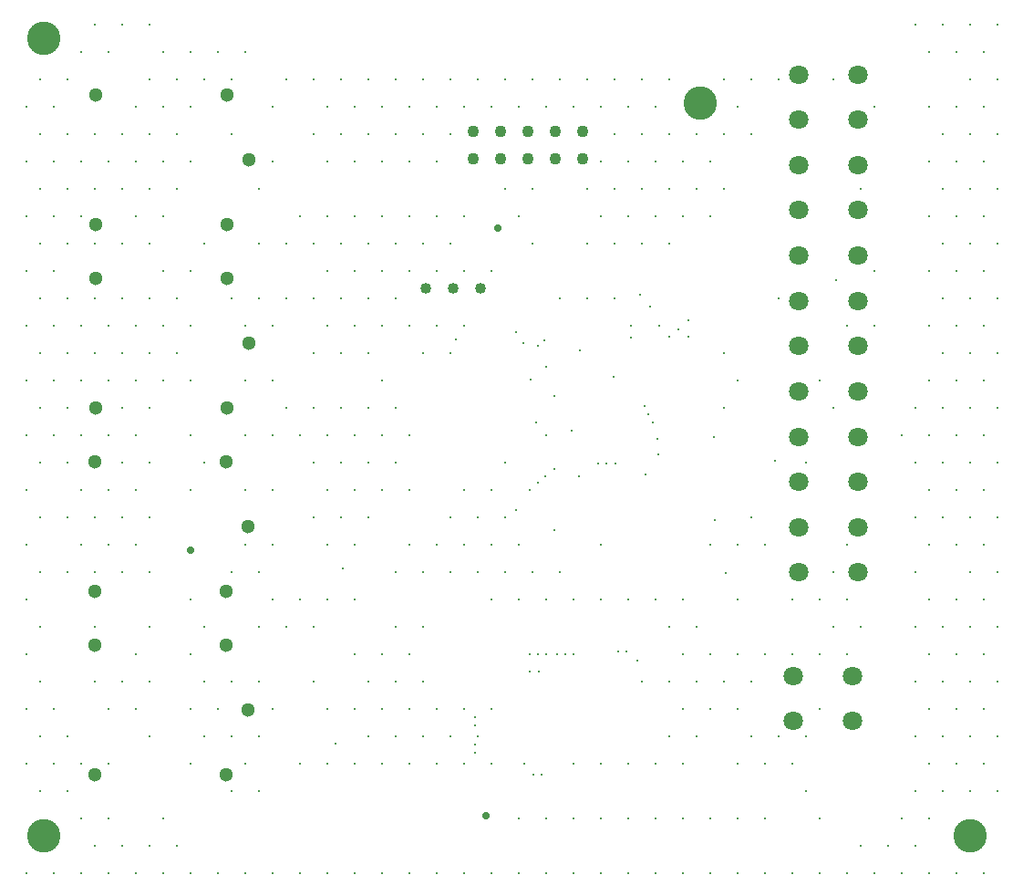
<source format=gbr>
%TF.GenerationSoftware,Altium Limited,Altium Designer,24.9.1 (31)*%
G04 Layer_Color=0*
%FSLAX45Y45*%
%MOMM*%
%TF.SameCoordinates,E37428AF-A4AF-452D-A059-51B4F3D01195*%
%TF.FilePolarity,Positive*%
%TF.FileFunction,Plated,1,2,PTH,Drill*%
%TF.Part,Single*%
G01*
G75*
%TA.AperFunction,ComponentDrill*%
%ADD59C,1.09000*%
%ADD60C,1.30000*%
%ADD61C,1.80000*%
%ADD62C,1.02000*%
%TA.AperFunction,ViaDrill,NotFilled*%
%ADD63C,0.30480*%
%ADD64C,0.71120*%
%ADD65C,3.10000*%
D59*
X12788900Y10185400D02*
D03*
X13042900D02*
D03*
X13296899D02*
D03*
X13550900D02*
D03*
X13804900D02*
D03*
X12788900Y9931400D02*
D03*
X13042900D02*
D03*
X13296899D02*
D03*
X13550900D02*
D03*
X13804900D02*
D03*
D60*
X10693298Y6515100D02*
D03*
X10493299Y7115099D02*
D03*
Y5915101D02*
D03*
X9273301D02*
D03*
Y7115099D02*
D03*
X10505999Y10518699D02*
D03*
Y9318701D02*
D03*
X9286001D02*
D03*
X10705998Y9918700D02*
D03*
X9286001Y10518699D02*
D03*
X9273301Y5413299D02*
D03*
Y4213301D02*
D03*
X10493299D02*
D03*
Y5413299D02*
D03*
X10693298Y4813300D02*
D03*
X9286001Y8816899D02*
D03*
Y7616901D02*
D03*
X10505999D02*
D03*
Y8816899D02*
D03*
X10705998Y8216900D02*
D03*
D61*
X16361501Y6091499D02*
D03*
X15811501D02*
D03*
Y6511498D02*
D03*
Y6931503D02*
D03*
Y7351502D02*
D03*
Y7771501D02*
D03*
Y8191500D02*
D03*
Y8611499D02*
D03*
Y9031498D02*
D03*
Y9451503D02*
D03*
Y9871502D02*
D03*
Y10291501D02*
D03*
Y10711500D02*
D03*
X16361501Y6511498D02*
D03*
Y7351502D02*
D03*
Y9031498D02*
D03*
Y10711500D02*
D03*
Y10291501D02*
D03*
Y9871502D02*
D03*
Y9451503D02*
D03*
Y8611499D02*
D03*
Y8191500D02*
D03*
Y7771501D02*
D03*
Y6931503D02*
D03*
X16306799Y5131699D02*
D03*
X15756799D02*
D03*
X16306799Y4711700D02*
D03*
X15756799D02*
D03*
D62*
X12344400Y8724900D02*
D03*
X12598400D02*
D03*
X12852400D02*
D03*
D63*
X14089999Y7910000D02*
D03*
X13470000Y8000000D02*
D03*
X17653000Y11176000D02*
D03*
X17525999Y10922000D02*
D03*
X17653000Y10668000D02*
D03*
X17525999Y10414000D02*
D03*
X17653000Y10160000D02*
D03*
X17525999Y9906000D02*
D03*
X17653000Y9652000D02*
D03*
X17525999Y9398000D02*
D03*
X17653000Y9144000D02*
D03*
X17525999Y8890000D02*
D03*
X17653000Y8636000D02*
D03*
X17525999Y8382000D02*
D03*
X17653000Y8128000D02*
D03*
X17525999Y7874000D02*
D03*
X17653000Y7620000D02*
D03*
X17525999Y7366000D02*
D03*
X17653000Y7112000D02*
D03*
X17525999Y6858000D02*
D03*
X17653000Y6604000D02*
D03*
X17525999Y6350000D02*
D03*
X17653000Y6096000D02*
D03*
X17525999Y5842000D02*
D03*
X17653000Y5588000D02*
D03*
X17525999Y5334000D02*
D03*
X17653000Y5080000D02*
D03*
X17525999Y4826000D02*
D03*
X17653000Y4572000D02*
D03*
X17525999Y4318000D02*
D03*
X17653000Y4064000D02*
D03*
X17525999Y3302000D02*
D03*
X17399001Y11176000D02*
D03*
X17272000Y10922000D02*
D03*
X17399001Y10668000D02*
D03*
X17272000Y10414000D02*
D03*
X17399001Y10160000D02*
D03*
X17272000Y9906000D02*
D03*
X17399001Y9652000D02*
D03*
X17272000Y9398000D02*
D03*
X17399001Y9144000D02*
D03*
X17272000Y8890000D02*
D03*
X17399001Y8636000D02*
D03*
X17272000Y8382000D02*
D03*
X17399001Y8128000D02*
D03*
X17272000Y7874000D02*
D03*
X17399001Y7620000D02*
D03*
X17272000Y7366000D02*
D03*
X17399001Y7112000D02*
D03*
X17272000Y6858000D02*
D03*
X17399001Y6604000D02*
D03*
X17272000Y6350000D02*
D03*
X17399001Y6096000D02*
D03*
X17272000Y5842000D02*
D03*
X17399001Y5588000D02*
D03*
X17272000Y5334000D02*
D03*
X17399001Y5080000D02*
D03*
X17272000Y4826000D02*
D03*
X17399001Y4572000D02*
D03*
X17272000Y4318000D02*
D03*
X17399001Y4064000D02*
D03*
X17272000Y3302000D02*
D03*
X17145000Y11176000D02*
D03*
X17017999Y10922000D02*
D03*
Y10414000D02*
D03*
X17145000Y10160000D02*
D03*
X17017999Y9906000D02*
D03*
X17145000Y9652000D02*
D03*
X17017999Y9398000D02*
D03*
X17145000Y9144000D02*
D03*
X17017999Y8890000D02*
D03*
X17145000Y8636000D02*
D03*
X17017999Y8382000D02*
D03*
X17145000Y8128000D02*
D03*
X17017999Y7874000D02*
D03*
X17145000Y7620000D02*
D03*
X17017999Y7366000D02*
D03*
X17145000Y7112000D02*
D03*
X17017999Y6858000D02*
D03*
X17145000Y6604000D02*
D03*
X17017999Y6350000D02*
D03*
Y5842000D02*
D03*
X17145000Y5588000D02*
D03*
X17017999Y5334000D02*
D03*
X17145000Y5080000D02*
D03*
X17017999Y4826000D02*
D03*
X17145000Y4572000D02*
D03*
X17017999Y4318000D02*
D03*
X17145000Y4064000D02*
D03*
X17017999Y3810000D02*
D03*
Y3302000D02*
D03*
X16891000Y11176000D02*
D03*
Y7620000D02*
D03*
X16764000Y7366000D02*
D03*
X16891000Y7112000D02*
D03*
Y6604000D02*
D03*
Y6096000D02*
D03*
Y5588000D02*
D03*
Y5080000D02*
D03*
Y4572000D02*
D03*
Y4064000D02*
D03*
X16764000Y3810000D02*
D03*
X16891000Y3556000D02*
D03*
X16764000Y3302000D02*
D03*
X16510001Y10414000D02*
D03*
Y8890000D02*
D03*
Y8382000D02*
D03*
X16637000Y3556000D02*
D03*
X16510001Y3302000D02*
D03*
X16383000Y9652000D02*
D03*
X16256000Y8382000D02*
D03*
Y6350000D02*
D03*
Y5842000D02*
D03*
X16383000Y5588000D02*
D03*
X16256000Y5334000D02*
D03*
X16383000Y3556000D02*
D03*
X16256000Y3302000D02*
D03*
X16128999Y10668000D02*
D03*
X16002000Y7874000D02*
D03*
X16128999Y7620000D02*
D03*
Y6096000D02*
D03*
X16002000Y5842000D02*
D03*
X16128999Y5588000D02*
D03*
X16002000Y5334000D02*
D03*
Y4826000D02*
D03*
Y3810000D02*
D03*
Y3302000D02*
D03*
X15875000Y7112000D02*
D03*
X15748000Y5842000D02*
D03*
Y5334000D02*
D03*
X15875000Y4572000D02*
D03*
X15748000Y4318000D02*
D03*
X15875000Y4064000D02*
D03*
X15748000Y3302000D02*
D03*
X15621001Y10668000D02*
D03*
Y8636000D02*
D03*
X15494000Y6350000D02*
D03*
Y5334000D02*
D03*
X15621001Y4572000D02*
D03*
X15494000Y4318000D02*
D03*
Y3810000D02*
D03*
Y3302000D02*
D03*
X15367000Y10668000D02*
D03*
X15239999Y10414000D02*
D03*
X15367000Y10160000D02*
D03*
X15239999Y7874000D02*
D03*
X15367000Y6604000D02*
D03*
X15239999Y6350000D02*
D03*
Y5842000D02*
D03*
Y5334000D02*
D03*
X15367000Y5080000D02*
D03*
X15239999Y4826000D02*
D03*
X15367000Y4572000D02*
D03*
X15239999Y4318000D02*
D03*
Y3810000D02*
D03*
Y3302000D02*
D03*
X15113000Y10668000D02*
D03*
Y10160000D02*
D03*
X14986000Y9906000D02*
D03*
X15113000Y9652000D02*
D03*
X14986000Y9398000D02*
D03*
X15113000Y8128000D02*
D03*
Y7620000D02*
D03*
X14986000Y6350000D02*
D03*
Y5334000D02*
D03*
X15113000Y5080000D02*
D03*
X14986000Y4826000D02*
D03*
Y3810000D02*
D03*
Y3302000D02*
D03*
X14859000Y10160000D02*
D03*
X14732001Y9906000D02*
D03*
X14859000Y9652000D02*
D03*
X14732001Y9398000D02*
D03*
Y5842000D02*
D03*
X14859000Y5588000D02*
D03*
X14732001Y5334000D02*
D03*
X14859000Y5080000D02*
D03*
X14732001Y4826000D02*
D03*
X14859000Y4572000D02*
D03*
X14732001Y4318000D02*
D03*
Y3810000D02*
D03*
Y3302000D02*
D03*
X14605000Y10668000D02*
D03*
X14478000Y10414000D02*
D03*
X14605000Y10160000D02*
D03*
X14478000Y9906000D02*
D03*
X14605000Y9652000D02*
D03*
X14478000Y9398000D02*
D03*
X14605000Y9144000D02*
D03*
X14478000Y5842000D02*
D03*
X14605000Y5588000D02*
D03*
Y5080000D02*
D03*
Y4572000D02*
D03*
X14478000Y4318000D02*
D03*
Y3810000D02*
D03*
Y3302000D02*
D03*
X14350999Y10668000D02*
D03*
X14224001Y10414000D02*
D03*
X14350999Y10160000D02*
D03*
X14224001Y9906000D02*
D03*
X14350999Y9652000D02*
D03*
X14224001Y9398000D02*
D03*
X14350999Y9144000D02*
D03*
X14224001Y5842000D02*
D03*
X14350999Y5080000D02*
D03*
X14224001Y4318000D02*
D03*
Y3810000D02*
D03*
Y3302000D02*
D03*
X14097000Y10668000D02*
D03*
X13970000Y10414000D02*
D03*
X14097000Y10160000D02*
D03*
X13970000Y9906000D02*
D03*
X14097000Y9652000D02*
D03*
X13970000Y9398000D02*
D03*
X14097000Y9144000D02*
D03*
Y8636000D02*
D03*
X13970000Y6350000D02*
D03*
Y5842000D02*
D03*
Y4318000D02*
D03*
Y3810000D02*
D03*
Y3302000D02*
D03*
X13842999Y10668000D02*
D03*
X13716000Y10414000D02*
D03*
X13842999Y9652000D02*
D03*
Y9144000D02*
D03*
Y8636000D02*
D03*
X13716000Y5842000D02*
D03*
Y5334000D02*
D03*
Y4318000D02*
D03*
Y3810000D02*
D03*
Y3302000D02*
D03*
X13589000Y10668000D02*
D03*
X13462000Y10414000D02*
D03*
X13589000Y8636000D02*
D03*
X13462000Y7366000D02*
D03*
X13589000Y6096000D02*
D03*
X13462000Y5842000D02*
D03*
Y5334000D02*
D03*
Y3810000D02*
D03*
Y3302000D02*
D03*
X13335001Y10668000D02*
D03*
X13208000Y10414000D02*
D03*
X13335001Y9652000D02*
D03*
X13208000Y9398000D02*
D03*
X13335001Y9144000D02*
D03*
X13208000Y6350000D02*
D03*
X13335001Y6096000D02*
D03*
X13208000Y5842000D02*
D03*
Y3810000D02*
D03*
Y3302000D02*
D03*
X13081000Y10668000D02*
D03*
X12953999Y10414000D02*
D03*
X13081000Y9652000D02*
D03*
X12953999Y8890000D02*
D03*
X13081000Y7112000D02*
D03*
X12953999Y6858000D02*
D03*
X13081000Y6604000D02*
D03*
X12953999Y6350000D02*
D03*
X13081000Y6096000D02*
D03*
X12953999Y5842000D02*
D03*
Y4826000D02*
D03*
Y4318000D02*
D03*
Y3302000D02*
D03*
X12827000Y10668000D02*
D03*
X12700000Y10414000D02*
D03*
Y9398000D02*
D03*
Y8890000D02*
D03*
Y8382000D02*
D03*
Y6858000D02*
D03*
X12827000Y6604000D02*
D03*
X12700000Y6350000D02*
D03*
X12827000Y6096000D02*
D03*
X12700000Y4826000D02*
D03*
X12827000Y4572000D02*
D03*
X12700000Y4318000D02*
D03*
Y3302000D02*
D03*
X12573000Y10668000D02*
D03*
X12446000Y10414000D02*
D03*
X12573000Y10160000D02*
D03*
X12446000Y9906000D02*
D03*
Y9398000D02*
D03*
X12573000Y9144000D02*
D03*
X12446000Y8890000D02*
D03*
Y8382000D02*
D03*
X12573000Y8128000D02*
D03*
Y6604000D02*
D03*
X12446000Y6350000D02*
D03*
X12573000Y6096000D02*
D03*
X12446000Y4826000D02*
D03*
X12573000Y4572000D02*
D03*
X12446000Y4318000D02*
D03*
Y3302000D02*
D03*
X12319000Y10668000D02*
D03*
X12192000Y10414000D02*
D03*
X12319000Y10160000D02*
D03*
X12192000Y9906000D02*
D03*
Y9398000D02*
D03*
X12319000Y9144000D02*
D03*
X12192000Y8890000D02*
D03*
Y8382000D02*
D03*
X12319000Y8128000D02*
D03*
X12192000Y7366000D02*
D03*
Y6858000D02*
D03*
Y6350000D02*
D03*
X12319000Y6096000D02*
D03*
Y5588000D02*
D03*
X12192000Y5334000D02*
D03*
X12319000Y5080000D02*
D03*
X12192000Y4826000D02*
D03*
X12319000Y4572000D02*
D03*
X12192000Y4318000D02*
D03*
Y3302000D02*
D03*
X12065000Y10668000D02*
D03*
X11938000Y10414000D02*
D03*
X12065000Y10160000D02*
D03*
X11938000Y9906000D02*
D03*
Y9398000D02*
D03*
X12065000Y9144000D02*
D03*
X11938000Y8890000D02*
D03*
X12065000Y8636000D02*
D03*
X11938000Y8382000D02*
D03*
Y7874000D02*
D03*
X12065000Y7620000D02*
D03*
X11938000Y7366000D02*
D03*
X12065000Y7112000D02*
D03*
X11938000Y6858000D02*
D03*
X12065000Y6096000D02*
D03*
Y5588000D02*
D03*
X11938000Y5334000D02*
D03*
X12065000Y5080000D02*
D03*
X11938000Y4826000D02*
D03*
X12065000Y4572000D02*
D03*
X11938000Y4318000D02*
D03*
Y3302000D02*
D03*
X11811000Y10668000D02*
D03*
X11684000Y10414000D02*
D03*
X11811000Y10160000D02*
D03*
X11684000Y9906000D02*
D03*
Y9398000D02*
D03*
X11811000Y9144000D02*
D03*
X11684000Y8890000D02*
D03*
X11811000Y8636000D02*
D03*
X11684000Y8382000D02*
D03*
X11811000Y8128000D02*
D03*
Y7620000D02*
D03*
X11684000Y7366000D02*
D03*
X11811000Y7112000D02*
D03*
X11684000Y6858000D02*
D03*
X11811000Y6604000D02*
D03*
X11684000Y6350000D02*
D03*
Y5842000D02*
D03*
Y5334000D02*
D03*
X11811000Y5080000D02*
D03*
X11684000Y4826000D02*
D03*
X11811000Y4572000D02*
D03*
X11684000Y4318000D02*
D03*
Y3302000D02*
D03*
X11557000Y10668000D02*
D03*
X11430000Y10414000D02*
D03*
X11557000Y10160000D02*
D03*
X11430000Y9906000D02*
D03*
Y9398000D02*
D03*
X11557000Y9144000D02*
D03*
X11430000Y8890000D02*
D03*
X11557000Y8636000D02*
D03*
X11430000Y8382000D02*
D03*
X11557000Y8128000D02*
D03*
Y7620000D02*
D03*
X11430000Y7366000D02*
D03*
X11557000Y7112000D02*
D03*
X11430000Y6858000D02*
D03*
X11557000Y6604000D02*
D03*
X11430000Y6350000D02*
D03*
Y5842000D02*
D03*
Y4826000D02*
D03*
Y4318000D02*
D03*
Y3302000D02*
D03*
X11303000Y10668000D02*
D03*
Y10160000D02*
D03*
X11176000Y9398000D02*
D03*
X11303000Y9144000D02*
D03*
Y8636000D02*
D03*
Y8128000D02*
D03*
Y7620000D02*
D03*
X11176000Y7366000D02*
D03*
X11303000Y7112000D02*
D03*
Y6604000D02*
D03*
X11176000Y5842000D02*
D03*
X11303000Y5588000D02*
D03*
Y5080000D02*
D03*
X11176000Y4318000D02*
D03*
Y3302000D02*
D03*
X11049000Y10668000D02*
D03*
X10922000Y10414000D02*
D03*
Y9906000D02*
D03*
X11049000Y9144000D02*
D03*
Y8636000D02*
D03*
X10922000Y8382000D02*
D03*
Y7874000D02*
D03*
X11049000Y7620000D02*
D03*
X10922000Y7366000D02*
D03*
Y6858000D02*
D03*
Y6350000D02*
D03*
Y5842000D02*
D03*
X11049000Y5588000D02*
D03*
X10922000Y4826000D02*
D03*
Y3302000D02*
D03*
X10668000Y10922000D02*
D03*
X10795000Y9652000D02*
D03*
Y9144000D02*
D03*
Y8636000D02*
D03*
X10668000Y8382000D02*
D03*
Y7874000D02*
D03*
Y7366000D02*
D03*
Y6858000D02*
D03*
Y6350000D02*
D03*
X10795000Y6096000D02*
D03*
Y5588000D02*
D03*
Y5080000D02*
D03*
Y4572000D02*
D03*
X10668000Y4318000D02*
D03*
X10795000Y4064000D02*
D03*
X10668000Y3302000D02*
D03*
X10414000Y10922000D02*
D03*
X10541000Y10668000D02*
D03*
Y10160000D02*
D03*
Y8636000D02*
D03*
Y6096000D02*
D03*
Y5080000D02*
D03*
X10414000Y4826000D02*
D03*
X10541000Y4572000D02*
D03*
Y4064000D02*
D03*
X10414000Y3302000D02*
D03*
X10160000Y10922000D02*
D03*
X10287000Y10668000D02*
D03*
X10160000Y10414000D02*
D03*
Y9906000D02*
D03*
X10287000Y9144000D02*
D03*
X10160000Y8890000D02*
D03*
Y8382000D02*
D03*
Y7874000D02*
D03*
Y7366000D02*
D03*
X10287000Y7112000D02*
D03*
X10160000Y6858000D02*
D03*
Y5842000D02*
D03*
X10287000Y5588000D02*
D03*
X10160000Y5334000D02*
D03*
X10287000Y5080000D02*
D03*
X10160000Y4826000D02*
D03*
X10287000Y4572000D02*
D03*
X10160000Y4318000D02*
D03*
Y3302000D02*
D03*
X9906000Y10922000D02*
D03*
X10033000Y10668000D02*
D03*
X9906000Y10414000D02*
D03*
X10033000Y10160000D02*
D03*
X9906000Y9906000D02*
D03*
X10033000Y9652000D02*
D03*
X9906000Y9398000D02*
D03*
Y8890000D02*
D03*
X10033000Y8636000D02*
D03*
X9906000Y8382000D02*
D03*
X10033000Y8128000D02*
D03*
X9906000Y7874000D02*
D03*
Y3810000D02*
D03*
X10033000Y3556000D02*
D03*
X9906000Y3302000D02*
D03*
X9779000Y11176000D02*
D03*
Y10668000D02*
D03*
X9652000Y10414000D02*
D03*
X9779000Y10160000D02*
D03*
X9652000Y9906000D02*
D03*
X9779000Y9652000D02*
D03*
X9652000Y9398000D02*
D03*
X9779000Y9144000D02*
D03*
Y8636000D02*
D03*
X9652000Y8382000D02*
D03*
X9779000Y8128000D02*
D03*
X9652000Y7874000D02*
D03*
X9779000Y7620000D02*
D03*
X9652000Y7366000D02*
D03*
X9779000Y7112000D02*
D03*
X9652000Y6858000D02*
D03*
X9779000Y6604000D02*
D03*
X9652000Y6350000D02*
D03*
X9779000Y6096000D02*
D03*
Y5588000D02*
D03*
X9652000Y5334000D02*
D03*
X9779000Y5080000D02*
D03*
X9652000Y4826000D02*
D03*
X9779000Y4572000D02*
D03*
Y3556000D02*
D03*
X9652000Y3302000D02*
D03*
X9525000Y11176000D02*
D03*
X9398000Y10922000D02*
D03*
X9525000Y10160000D02*
D03*
X9398000Y9906000D02*
D03*
X9525000Y9652000D02*
D03*
Y9144000D02*
D03*
Y8636000D02*
D03*
X9398000Y8382000D02*
D03*
X9525000Y8128000D02*
D03*
X9398000Y7874000D02*
D03*
X9525000Y7620000D02*
D03*
X9398000Y7366000D02*
D03*
X9525000Y7112000D02*
D03*
X9398000Y6858000D02*
D03*
X9525000Y6604000D02*
D03*
X9398000Y6350000D02*
D03*
X9525000Y6096000D02*
D03*
Y5080000D02*
D03*
X9398000Y4826000D02*
D03*
Y4318000D02*
D03*
Y3810000D02*
D03*
X9525000Y3556000D02*
D03*
X9398000Y3302000D02*
D03*
X9271000Y11176000D02*
D03*
X9144000Y10922000D02*
D03*
X9271000Y10160000D02*
D03*
X9144000Y9906000D02*
D03*
X9271000Y9652000D02*
D03*
X9144000Y9398000D02*
D03*
X9271000Y9144000D02*
D03*
Y8636000D02*
D03*
X9144000Y8382000D02*
D03*
X9271000Y8128000D02*
D03*
X9144000Y7874000D02*
D03*
Y7366000D02*
D03*
Y6858000D02*
D03*
X9271000Y6604000D02*
D03*
X9144000Y6350000D02*
D03*
X9271000Y6096000D02*
D03*
Y5588000D02*
D03*
Y5080000D02*
D03*
X9144000Y4318000D02*
D03*
Y3810000D02*
D03*
X9271000Y3556000D02*
D03*
X9144000Y3302000D02*
D03*
X9017000Y10668000D02*
D03*
X8890000Y10414000D02*
D03*
X9017000Y10160000D02*
D03*
X8890000Y9906000D02*
D03*
X9017000Y9652000D02*
D03*
X8890000Y9398000D02*
D03*
X9017000Y9144000D02*
D03*
X8890000Y8890000D02*
D03*
X9017000Y8636000D02*
D03*
X8890000Y8382000D02*
D03*
X9017000Y8128000D02*
D03*
X8890000Y7874000D02*
D03*
X9017000Y7620000D02*
D03*
X8890000Y7366000D02*
D03*
X9017000Y7112000D02*
D03*
Y6604000D02*
D03*
Y6096000D02*
D03*
X8890000Y4826000D02*
D03*
X9017000Y4572000D02*
D03*
X8890000Y4318000D02*
D03*
X9017000Y4064000D02*
D03*
X8890000Y3302000D02*
D03*
X8763000Y10668000D02*
D03*
X8636000Y10414000D02*
D03*
X8763000Y10160000D02*
D03*
X8636000Y9906000D02*
D03*
X8763000Y9652000D02*
D03*
X8636000Y9398000D02*
D03*
X8763000Y9144000D02*
D03*
X8636000Y8890000D02*
D03*
X8763000Y8636000D02*
D03*
X8636000Y8382000D02*
D03*
X8763000Y8128000D02*
D03*
X8636000Y7874000D02*
D03*
X8763000Y7620000D02*
D03*
X8636000Y7366000D02*
D03*
X8763000Y7112000D02*
D03*
X8636000Y6858000D02*
D03*
X8763000Y6604000D02*
D03*
X8636000Y6350000D02*
D03*
X8763000Y6096000D02*
D03*
X8636000Y5842000D02*
D03*
X8763000Y5588000D02*
D03*
X8636000Y5334000D02*
D03*
X8763000Y5080000D02*
D03*
X8636000Y4826000D02*
D03*
X8763000Y4572000D02*
D03*
X8636000Y4318000D02*
D03*
X8763000Y4064000D02*
D03*
X8636000Y3302000D02*
D03*
X12630000Y8250000D02*
D03*
X13389999Y8190000D02*
D03*
X13448077Y8243904D02*
D03*
X13251180Y8220000D02*
D03*
X13539999Y6480000D02*
D03*
Y7050000D02*
D03*
X13320000Y7880000D02*
D03*
X13780000Y8150000D02*
D03*
X13700000Y7410000D02*
D03*
X14500000Y7330000D02*
D03*
X13370000Y7480000D02*
D03*
X14430000Y8560000D02*
D03*
X14339389Y8669825D02*
D03*
X14249400Y8382000D02*
D03*
Y8270240D02*
D03*
X14516100Y8382000D02*
D03*
X13539999Y7730000D02*
D03*
X14605000Y8280400D02*
D03*
X15030000Y6580000D02*
D03*
X14510001Y7190000D02*
D03*
X15130000Y6090000D02*
D03*
X14389999Y7000000D02*
D03*
X15020000Y7350000D02*
D03*
X16160001Y8800000D02*
D03*
X15589999Y7130000D02*
D03*
X11580000Y6130000D02*
D03*
X11510000Y4500000D02*
D03*
X13460001Y6980000D02*
D03*
X13770000D02*
D03*
X13189999Y6670000D02*
D03*
X13310001Y6860000D02*
D03*
X14109700Y7099300D02*
D03*
X13944600D02*
D03*
X14020799D02*
D03*
X13385800Y6921500D02*
D03*
X14693900Y8343900D02*
D03*
X14782800Y8432800D02*
D03*
Y8280400D02*
D03*
X14414500Y7556500D02*
D03*
X14452600Y7480300D02*
D03*
X14376401Y7632700D02*
D03*
X13423900Y4216400D02*
D03*
X13347701D02*
D03*
X13258800Y4318000D02*
D03*
X12801601Y4419600D02*
D03*
Y4495800D02*
D03*
Y4673600D02*
D03*
Y4749800D02*
D03*
X13182600Y8318500D02*
D03*
X14312900Y5270500D02*
D03*
X14135100Y5359400D02*
D03*
X14211301D02*
D03*
X13639799Y5334000D02*
D03*
X13563600D02*
D03*
X13385800D02*
D03*
X13309599D02*
D03*
X13398500Y5168900D02*
D03*
X13309599D02*
D03*
D64*
X13020000Y9290000D02*
D03*
X12910001Y3830000D02*
D03*
X10160000Y6300000D02*
D03*
D65*
X17400000Y3650000D02*
D03*
X8800000D02*
D03*
Y11050000D02*
D03*
X14900000Y10450000D02*
D03*
%TF.MD5,6f9531dd45a1471e9ee52b7b82848520*%
M02*

</source>
